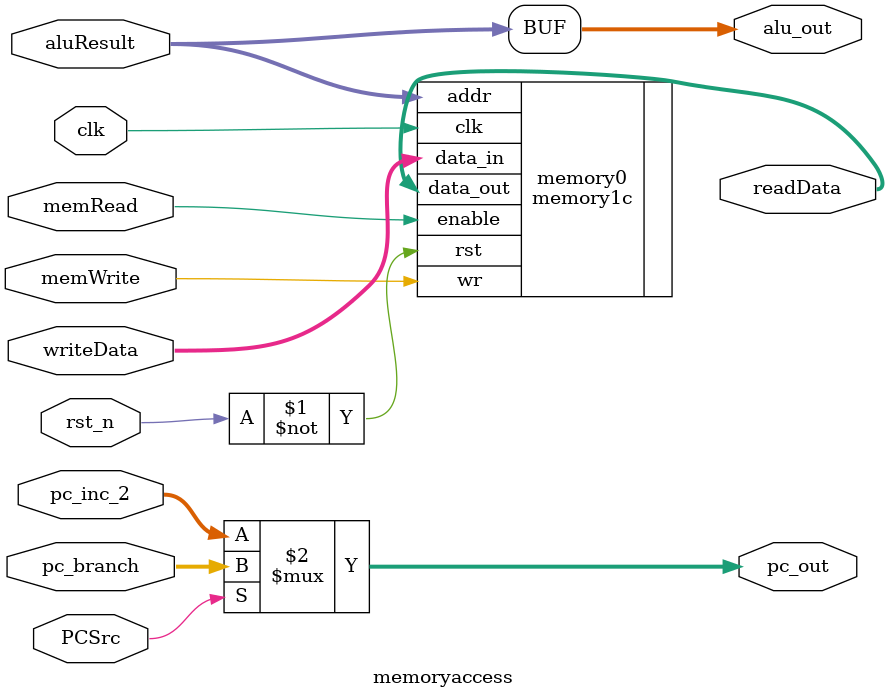
<source format=v>
module memoryaccess (
	clk,
	rst_n,
	pc_inc_2,
	pc_branch,
	pc_out,
	PCSrc,
	aluResult,
	writeData,
	memWrite,
	memRead,
	readData,
	alu_out
);

	input clk;
	input rst_n;

	// pc mux
	input [15:0] pc_inc_2;
	input [15:0] pc_branch;

	// memory data
	input [15:0] aluResult;
	input [15:0] writeData;

	// decoder controls
	input PCSrc;
	input memWrite;
	input memRead;

	// outputs
	output [15:0] readData;
	output [15:0] alu_out;
	output [15:0] pc_out;

	memory1c memory0(
		.clk(clk), 
		.rst(~rst_n), 
		.enable(memRead), 
		.wr(memWrite), 
		.addr(aluResult), 
		.data_in(writeData), 
		.data_out(readData) 
	);

	
	assign pc_out = PCSrc ? pc_branch : pc_inc_2;

	assign alu_out = aluResult;

endmodule

</source>
